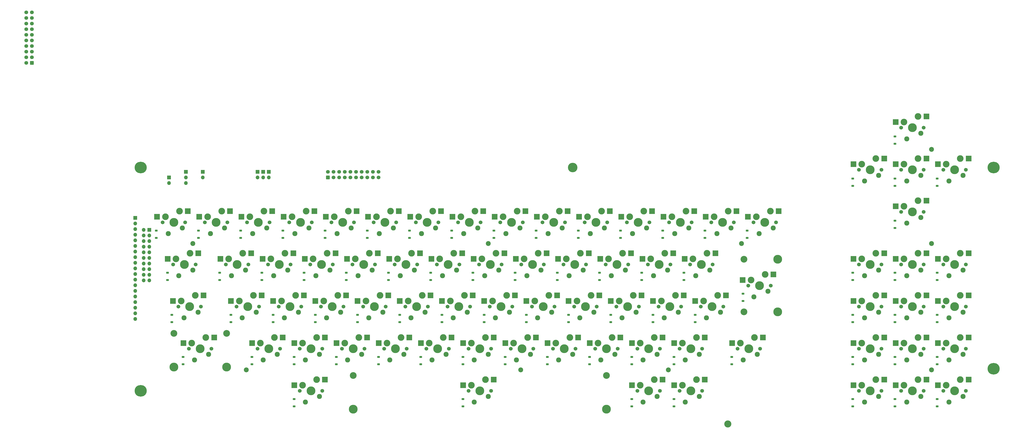
<source format=gbs>
G04 #@! TF.GenerationSoftware,KiCad,Pcbnew,8.0.2*
G04 #@! TF.CreationDate,2025-03-09T11:26:09+00:00*
G04 #@! TF.ProjectId,Keyboard,4b657962-6f61-4726-942e-6b696361645f,rev?*
G04 #@! TF.SameCoordinates,Original*
G04 #@! TF.FileFunction,Soldermask,Bot*
G04 #@! TF.FilePolarity,Negative*
%FSLAX46Y46*%
G04 Gerber Fmt 4.6, Leading zero omitted, Abs format (unit mm)*
G04 Created by KiCad (PCBNEW 8.0.2) date 2025-03-09 11:26:09*
%MOMM*%
%LPD*%
G01*
G04 APERTURE LIST*
G04 Aperture macros list*
%AMRoundRect*
0 Rectangle with rounded corners*
0 $1 Rounding radius*
0 $2 $3 $4 $5 $6 $7 $8 $9 X,Y pos of 4 corners*
0 Add a 4 corners polygon primitive as box body*
4,1,4,$2,$3,$4,$5,$6,$7,$8,$9,$2,$3,0*
0 Add four circle primitives for the rounded corners*
1,1,$1+$1,$2,$3*
1,1,$1+$1,$4,$5*
1,1,$1+$1,$6,$7*
1,1,$1+$1,$8,$9*
0 Add four rect primitives between the rounded corners*
20,1,$1+$1,$2,$3,$4,$5,0*
20,1,$1+$1,$4,$5,$6,$7,0*
20,1,$1+$1,$6,$7,$8,$9,0*
20,1,$1+$1,$8,$9,$2,$3,0*%
G04 Aperture macros list end*
%ADD10O,5.500000X5.200000*%
%ADD11C,4.300000*%
%ADD12C,3.200000*%
%ADD13C,2.200000*%
%ADD14RoundRect,0.250000X0.600000X-0.600000X0.600000X0.600000X-0.600000X0.600000X-0.600000X-0.600000X0*%
%ADD15C,1.700000*%
%ADD16RoundRect,0.250000X0.600000X0.600000X-0.600000X0.600000X-0.600000X-0.600000X0.600000X-0.600000X0*%
%ADD17C,1.701800*%
%ADD18C,3.000000*%
%ADD19C,3.987800*%
%ADD20R,2.550000X2.500000*%
%ADD21C,2.286000*%
%ADD22C,3.048000*%
%ADD23R,1.700000X1.700000*%
%ADD24O,1.700000X1.700000*%
%ADD25RoundRect,0.225000X0.375000X-0.225000X0.375000X0.225000X-0.375000X0.225000X-0.375000X-0.225000X0*%
G04 APERTURE END LIST*
D10*
G04 #@! TO.C,H1*
X85012500Y-118075000D03*
G04 #@! TD*
D11*
G04 #@! TO.C,H2*
X280012500Y-118075000D03*
G04 #@! TD*
D10*
G04 #@! TO.C,H3*
X470012500Y-118075000D03*
G04 #@! TD*
G04 #@! TO.C,H4*
X85012500Y-219075000D03*
G04 #@! TD*
D12*
G04 #@! TO.C,H5*
X350012500Y-234075000D03*
G04 #@! TD*
D10*
G04 #@! TO.C,H6*
X470012500Y-209075000D03*
G04 #@! TD*
D13*
G04 #@! TO.C,H8*
X108585000Y-152400000D03*
G04 #@! TD*
G04 #@! TO.C,H10*
X356235000Y-152400000D03*
G04 #@! TD*
G04 #@! TO.C,H12*
X132715000Y-209550000D03*
G04 #@! TD*
D14*
G04 #@! TO.C,J2*
X169545000Y-122555000D03*
D15*
X169545000Y-120015000D03*
X172085000Y-122555000D03*
X172085000Y-120015000D03*
X174625000Y-122555000D03*
X174625000Y-120015000D03*
X177165000Y-122555000D03*
X177165000Y-120015000D03*
X179705000Y-122555000D03*
X179705000Y-120015000D03*
X182245000Y-122555000D03*
X182245000Y-120015000D03*
X184785000Y-122555000D03*
X184785000Y-120015000D03*
X187325000Y-122555000D03*
X187325000Y-120015000D03*
X189865000Y-122555000D03*
X189865000Y-120015000D03*
X192405000Y-122555000D03*
X192405000Y-120015000D03*
G04 #@! TD*
D13*
G04 #@! TO.C,H9*
X241935000Y-152400000D03*
G04 #@! TD*
D16*
G04 #@! TO.C,J4*
X35941000Y-70713600D03*
D15*
X33401000Y-70713600D03*
X35941000Y-68173600D03*
X33401000Y-68173600D03*
X35941000Y-65633600D03*
X33401000Y-65633600D03*
X35941000Y-63093600D03*
X33401000Y-63093600D03*
X35941000Y-60553600D03*
X33401000Y-60553600D03*
X35941000Y-58013600D03*
X33401000Y-58013600D03*
X35941000Y-55473600D03*
X33401000Y-55473600D03*
X35941000Y-52933600D03*
X33401000Y-52933600D03*
X35941000Y-50393600D03*
X33401000Y-50393600D03*
X35941000Y-47853600D03*
X33401000Y-47853600D03*
G04 #@! TD*
D17*
G04 #@! TO.C,SW17*
X343217500Y-161925000D03*
D18*
X340677500Y-156845000D03*
D19*
X338137500Y-161925000D03*
D18*
X334327500Y-159385000D03*
D17*
X333057500Y-161925000D03*
D20*
X344427500Y-156845000D03*
D21*
X335597500Y-167005000D03*
X341947500Y-164465000D03*
D20*
X330577500Y-159385000D03*
G04 #@! TD*
D22*
G04 #@! TO.C,H18*
X180975000Y-212090000D03*
D19*
X180975000Y-227330000D03*
D22*
X295275000Y-212090000D03*
D19*
X295275000Y-227330000D03*
G04 #@! TD*
D17*
G04 #@! TO.C,SW9*
X438467500Y-119062500D03*
D18*
X435927500Y-113982500D03*
D19*
X433387500Y-119062500D03*
D18*
X429577500Y-116522500D03*
D17*
X428307500Y-119062500D03*
D20*
X439677500Y-113982500D03*
D21*
X430847500Y-124142500D03*
X437197500Y-121602500D03*
D20*
X425827500Y-116522500D03*
G04 #@! TD*
D17*
G04 #@! TO.C,SW60*
X157480000Y-180975000D03*
D18*
X154940000Y-175895000D03*
D19*
X152400000Y-180975000D03*
D18*
X148590000Y-178435000D03*
D17*
X147320000Y-180975000D03*
D20*
X158690000Y-175895000D03*
D21*
X149860000Y-186055000D03*
X156210000Y-183515000D03*
D20*
X144840000Y-178435000D03*
G04 #@! TD*
D17*
G04 #@! TO.C,SW27*
X305117500Y-161925000D03*
D18*
X302577500Y-156845000D03*
D19*
X300037500Y-161925000D03*
D18*
X296227500Y-159385000D03*
D17*
X294957500Y-161925000D03*
D20*
X306327500Y-156845000D03*
D21*
X297497500Y-167005000D03*
X303847500Y-164465000D03*
D20*
X292477500Y-159385000D03*
G04 #@! TD*
D17*
G04 #@! TO.C,SW22*
X338455000Y-200025000D03*
D18*
X335915000Y-194945000D03*
D19*
X333375000Y-200025000D03*
D18*
X329565000Y-197485000D03*
D17*
X328295000Y-200025000D03*
D20*
X339665000Y-194945000D03*
D21*
X330835000Y-205105000D03*
X337185000Y-202565000D03*
D20*
X325815000Y-197485000D03*
G04 #@! TD*
D17*
G04 #@! TO.C,SW69*
X138430000Y-180975000D03*
D18*
X135890000Y-175895000D03*
D19*
X133350000Y-180975000D03*
D18*
X129540000Y-178435000D03*
D17*
X128270000Y-180975000D03*
D20*
X139640000Y-175895000D03*
D21*
X130810000Y-186055000D03*
X137160000Y-183515000D03*
D20*
X125790000Y-178435000D03*
G04 #@! TD*
D17*
G04 #@! TO.C,SW33*
X276542500Y-142875000D03*
D18*
X274002500Y-137795000D03*
D19*
X271462500Y-142875000D03*
D18*
X267652500Y-140335000D03*
D17*
X266382500Y-142875000D03*
D20*
X277752500Y-137795000D03*
D21*
X268922500Y-147955000D03*
X275272500Y-145415000D03*
D20*
X263902500Y-140335000D03*
G04 #@! TD*
D17*
G04 #@! TO.C,SW63*
X167005000Y-200025000D03*
D18*
X164465000Y-194945000D03*
D19*
X161925000Y-200025000D03*
D18*
X158115000Y-197485000D03*
D17*
X156845000Y-200025000D03*
D20*
X168215000Y-194945000D03*
D21*
X159385000Y-205105000D03*
X165735000Y-202565000D03*
D20*
X154365000Y-197485000D03*
G04 #@! TD*
D17*
G04 #@! TO.C,SW7*
X438467500Y-219075000D03*
D18*
X435927500Y-213995000D03*
D19*
X433387500Y-219075000D03*
D18*
X429577500Y-216535000D03*
D17*
X428307500Y-219075000D03*
D20*
X439677500Y-213995000D03*
D21*
X430847500Y-224155000D03*
X437197500Y-221615000D03*
D20*
X425827500Y-216535000D03*
G04 #@! TD*
D17*
G04 #@! TO.C,SW36*
X290830000Y-180975000D03*
D18*
X288290000Y-175895000D03*
D19*
X285750000Y-180975000D03*
D18*
X281940000Y-178435000D03*
D17*
X280670000Y-180975000D03*
D20*
X292040000Y-175895000D03*
D21*
X283210000Y-186055000D03*
X289560000Y-183515000D03*
D20*
X278190000Y-178435000D03*
G04 #@! TD*
D17*
G04 #@! TO.C,SW50*
X190817500Y-161925000D03*
D18*
X188277500Y-156845000D03*
D19*
X185737500Y-161925000D03*
D18*
X181927500Y-159385000D03*
D17*
X180657500Y-161925000D03*
D20*
X192027500Y-156845000D03*
D21*
X183197500Y-167005000D03*
X189547500Y-164465000D03*
D20*
X178177500Y-159385000D03*
G04 #@! TD*
D17*
G04 #@! TO.C,SW10*
X419417500Y-161925000D03*
D18*
X416877500Y-156845000D03*
D19*
X414337500Y-161925000D03*
D18*
X410527500Y-159385000D03*
D17*
X409257500Y-161925000D03*
D20*
X420627500Y-156845000D03*
D21*
X411797500Y-167005000D03*
X418147500Y-164465000D03*
D20*
X406777500Y-159385000D03*
G04 #@! TD*
D17*
G04 #@! TO.C,SW1*
X457517500Y-119062500D03*
D18*
X454977500Y-113982500D03*
D19*
X452437500Y-119062500D03*
D18*
X448627500Y-116522500D03*
D17*
X447357500Y-119062500D03*
D20*
X458727500Y-113982500D03*
D21*
X449897500Y-124142500D03*
X456247500Y-121602500D03*
D20*
X444877500Y-116522500D03*
G04 #@! TD*
D17*
G04 #@! TO.C,SW13*
X419417500Y-200025000D03*
D18*
X416877500Y-194945000D03*
D19*
X414337500Y-200025000D03*
D18*
X410527500Y-197485000D03*
D17*
X409257500Y-200025000D03*
D20*
X420627500Y-194945000D03*
D21*
X411797500Y-205105000D03*
X418147500Y-202565000D03*
D20*
X406777500Y-197485000D03*
G04 #@! TD*
D17*
G04 #@! TO.C,SW42*
X247967500Y-161925000D03*
D18*
X245427500Y-156845000D03*
D19*
X242887500Y-161925000D03*
D18*
X239077500Y-159385000D03*
D17*
X237807500Y-161925000D03*
D20*
X249177500Y-156845000D03*
D21*
X240347500Y-167005000D03*
X246697500Y-164465000D03*
D20*
X235327500Y-159385000D03*
G04 #@! TD*
D13*
G04 #@! TO.C,H15*
X441960000Y-209550000D03*
G04 #@! TD*
G04 #@! TO.C,H11*
X441960000Y-152400000D03*
G04 #@! TD*
D17*
G04 #@! TO.C,SW30*
X319405000Y-200025000D03*
D18*
X316865000Y-194945000D03*
D19*
X314325000Y-200025000D03*
D18*
X310515000Y-197485000D03*
D17*
X309245000Y-200025000D03*
D20*
X320615000Y-194945000D03*
D21*
X311785000Y-205105000D03*
X318135000Y-202565000D03*
D20*
X306765000Y-197485000D03*
G04 #@! TD*
D17*
G04 #@! TO.C,SW62*
X186055000Y-200025000D03*
D18*
X183515000Y-194945000D03*
D19*
X180975000Y-200025000D03*
D18*
X177165000Y-197485000D03*
D17*
X175895000Y-200025000D03*
D20*
X187265000Y-194945000D03*
D21*
X178435000Y-205105000D03*
X184785000Y-202565000D03*
D20*
X173415000Y-197485000D03*
G04 #@! TD*
D17*
G04 #@! TO.C,SW53*
X195580000Y-180975000D03*
D18*
X193040000Y-175895000D03*
D19*
X190500000Y-180975000D03*
D18*
X186690000Y-178435000D03*
D17*
X185420000Y-180975000D03*
D20*
X196790000Y-175895000D03*
D21*
X187960000Y-186055000D03*
X194310000Y-183515000D03*
D20*
X182940000Y-178435000D03*
G04 #@! TD*
D17*
G04 #@! TO.C,SW79*
X371792500Y-142875000D03*
D18*
X369252500Y-137795000D03*
D19*
X366712500Y-142875000D03*
D18*
X362902500Y-140335000D03*
D17*
X361632500Y-142875000D03*
D20*
X373002500Y-137795000D03*
D21*
X364172500Y-147955000D03*
X370522500Y-145415000D03*
D20*
X359152500Y-140335000D03*
G04 #@! TD*
D17*
G04 #@! TO.C,SW14*
X438467500Y-200025000D03*
D18*
X435927500Y-194945000D03*
D19*
X433387500Y-200025000D03*
D18*
X429577500Y-197485000D03*
D17*
X428307500Y-200025000D03*
D20*
X439677500Y-194945000D03*
D21*
X430847500Y-205105000D03*
X437197500Y-202565000D03*
D20*
X425827500Y-197485000D03*
G04 #@! TD*
D17*
G04 #@! TO.C,SW65*
X143192500Y-142875000D03*
D18*
X140652500Y-137795000D03*
D19*
X138112500Y-142875000D03*
D18*
X134302500Y-140335000D03*
D17*
X133032500Y-142875000D03*
D20*
X144402500Y-137795000D03*
D21*
X135572500Y-147955000D03*
X141922500Y-145415000D03*
D20*
X130552500Y-140335000D03*
G04 #@! TD*
D17*
G04 #@! TO.C,SW31*
X300355000Y-200025000D03*
D18*
X297815000Y-194945000D03*
D19*
X295275000Y-200025000D03*
D18*
X291465000Y-197485000D03*
D17*
X290195000Y-200025000D03*
D20*
X301565000Y-194945000D03*
D21*
X292735000Y-205105000D03*
X299085000Y-202565000D03*
D20*
X287715000Y-197485000D03*
G04 #@! TD*
D17*
G04 #@! TO.C,SW37*
X271780000Y-180975000D03*
D18*
X269240000Y-175895000D03*
D19*
X266700000Y-180975000D03*
D18*
X262890000Y-178435000D03*
D17*
X261620000Y-180975000D03*
D20*
X272990000Y-175895000D03*
D21*
X264160000Y-186055000D03*
X270510000Y-183515000D03*
D20*
X259140000Y-178435000D03*
G04 #@! TD*
D17*
G04 #@! TO.C,SW70*
X112236250Y-180975000D03*
D18*
X109696250Y-175895000D03*
D19*
X107156250Y-180975000D03*
D18*
X103346250Y-178435000D03*
D17*
X102076250Y-180975000D03*
D20*
X113446250Y-175895000D03*
D21*
X104616250Y-186055000D03*
X110966250Y-183515000D03*
D20*
X99596250Y-178435000D03*
G04 #@! TD*
D17*
G04 #@! TO.C,SW39*
X281305000Y-200025000D03*
D18*
X278765000Y-194945000D03*
D19*
X276225000Y-200025000D03*
D18*
X272415000Y-197485000D03*
D17*
X271145000Y-200025000D03*
D20*
X282515000Y-194945000D03*
D21*
X273685000Y-205105000D03*
X280035000Y-202565000D03*
D20*
X268665000Y-197485000D03*
G04 #@! TD*
D17*
G04 #@! TO.C,SW6*
X457517500Y-219075000D03*
D18*
X454977500Y-213995000D03*
D19*
X452437500Y-219075000D03*
D18*
X448627500Y-216535000D03*
D17*
X447357500Y-219075000D03*
D20*
X458727500Y-213995000D03*
D21*
X449897500Y-224155000D03*
X456247500Y-221615000D03*
D20*
X444877500Y-216535000D03*
G04 #@! TD*
D17*
G04 #@! TO.C,SW20*
X419417500Y-180975000D03*
D18*
X416877500Y-175895000D03*
D19*
X414337500Y-180975000D03*
D18*
X410527500Y-178435000D03*
D17*
X409257500Y-180975000D03*
D20*
X420627500Y-175895000D03*
D21*
X411797500Y-186055000D03*
X418147500Y-183515000D03*
D20*
X406777500Y-178435000D03*
G04 #@! TD*
D17*
G04 #@! TO.C,SW21*
X116998750Y-200025000D03*
D18*
X114458750Y-194945000D03*
D19*
X111918750Y-200025000D03*
D18*
X108108750Y-197485000D03*
D17*
X106838750Y-200025000D03*
D20*
X118208750Y-194945000D03*
D21*
X109378750Y-205105000D03*
X115728750Y-202565000D03*
D20*
X104358750Y-197485000D03*
G04 #@! TD*
D17*
G04 #@! TO.C,SW38*
X262255000Y-200025000D03*
D18*
X259715000Y-194945000D03*
D19*
X257175000Y-200025000D03*
D18*
X253365000Y-197485000D03*
D17*
X252095000Y-200025000D03*
D20*
X263465000Y-194945000D03*
D21*
X254635000Y-205105000D03*
X260985000Y-202565000D03*
D20*
X249615000Y-197485000D03*
G04 #@! TD*
D17*
G04 #@! TO.C,SW68*
X109855000Y-161925000D03*
D18*
X107315000Y-156845000D03*
D19*
X104775000Y-161925000D03*
D18*
X100965000Y-159385000D03*
D17*
X99695000Y-161925000D03*
D20*
X111065000Y-156845000D03*
D21*
X102235000Y-167005000D03*
X108585000Y-164465000D03*
D20*
X97215000Y-159385000D03*
G04 #@! TD*
D17*
G04 #@! TO.C,SW56*
X181292500Y-142875000D03*
D18*
X178752500Y-137795000D03*
D19*
X176212500Y-142875000D03*
D18*
X172402500Y-140335000D03*
D17*
X171132500Y-142875000D03*
D20*
X182502500Y-137795000D03*
D21*
X173672500Y-147955000D03*
X180022500Y-145415000D03*
D20*
X168652500Y-140335000D03*
G04 #@! TD*
D22*
G04 #@! TO.C,H17*
X100018750Y-193040000D03*
D19*
X100018750Y-208280000D03*
D22*
X123818750Y-193040000D03*
D19*
X123818750Y-208280000D03*
G04 #@! TD*
D17*
G04 #@! TO.C,SW59*
X152717500Y-161925000D03*
D18*
X150177500Y-156845000D03*
D19*
X147637500Y-161925000D03*
D18*
X143827500Y-159385000D03*
D17*
X142557500Y-161925000D03*
D20*
X153927500Y-156845000D03*
D21*
X145097500Y-167005000D03*
X151447500Y-164465000D03*
D20*
X140077500Y-159385000D03*
G04 #@! TD*
D17*
G04 #@! TO.C,SW902*
X319405000Y-219075000D03*
D18*
X316865000Y-213995000D03*
D19*
X314325000Y-219075000D03*
D18*
X310515000Y-216535000D03*
D17*
X309245000Y-219075000D03*
D20*
X320615000Y-213995000D03*
D21*
X311785000Y-224155000D03*
X318135000Y-221615000D03*
D20*
X306765000Y-216535000D03*
G04 #@! TD*
D17*
G04 #@! TO.C,SW43*
X228917500Y-161925000D03*
D18*
X226377500Y-156845000D03*
D19*
X223837500Y-161925000D03*
D18*
X220027500Y-159385000D03*
D17*
X218757500Y-161925000D03*
D20*
X230127500Y-156845000D03*
D21*
X221297500Y-167005000D03*
X227647500Y-164465000D03*
D20*
X216277500Y-159385000D03*
G04 #@! TD*
D17*
G04 #@! TO.C,SW901*
X167005000Y-219075000D03*
D18*
X164465000Y-213995000D03*
D19*
X161925000Y-219075000D03*
D18*
X158115000Y-216535000D03*
D17*
X156845000Y-219075000D03*
D20*
X168215000Y-213995000D03*
D21*
X159385000Y-224155000D03*
X165735000Y-221615000D03*
D20*
X154365000Y-216535000D03*
G04 #@! TD*
D17*
G04 #@! TO.C,SW19*
X347980000Y-180975000D03*
D18*
X345440000Y-175895000D03*
D19*
X342900000Y-180975000D03*
D18*
X339090000Y-178435000D03*
D17*
X337820000Y-180975000D03*
D20*
X349190000Y-175895000D03*
D21*
X340360000Y-186055000D03*
X346710000Y-183515000D03*
D20*
X335340000Y-178435000D03*
G04 #@! TD*
D17*
G04 #@! TO.C,SW34*
X286067500Y-161925000D03*
D18*
X283527500Y-156845000D03*
D19*
X280987500Y-161925000D03*
D18*
X277177500Y-159385000D03*
D17*
X275907500Y-161925000D03*
D20*
X287277500Y-156845000D03*
D21*
X278447500Y-167005000D03*
X284797500Y-164465000D03*
D20*
X273427500Y-159385000D03*
G04 #@! TD*
D17*
G04 #@! TO.C,SW23*
X338455000Y-219075000D03*
D18*
X335915000Y-213995000D03*
D19*
X333375000Y-219075000D03*
D18*
X329565000Y-216535000D03*
D17*
X328295000Y-219075000D03*
D20*
X339665000Y-213995000D03*
D21*
X330835000Y-224155000D03*
X337185000Y-221615000D03*
D20*
X325815000Y-216535000D03*
G04 #@! TD*
D17*
G04 #@! TO.C,SW11*
X438467500Y-161925000D03*
D18*
X435927500Y-156845000D03*
D19*
X433387500Y-161925000D03*
D18*
X429577500Y-159385000D03*
D17*
X428307500Y-161925000D03*
D20*
X439677500Y-156845000D03*
D21*
X430847500Y-167005000D03*
X437197500Y-164465000D03*
D20*
X425827500Y-159385000D03*
G04 #@! TD*
D17*
G04 #@! TO.C,SW41*
X238442500Y-142875000D03*
D18*
X235902500Y-137795000D03*
D19*
X233362500Y-142875000D03*
D18*
X229552500Y-140335000D03*
D17*
X228282500Y-142875000D03*
D20*
X239652500Y-137795000D03*
D21*
X230822500Y-147955000D03*
X237172500Y-145415000D03*
D20*
X225802500Y-140335000D03*
G04 #@! TD*
D17*
G04 #@! TO.C,SW45*
X252730000Y-180975000D03*
D18*
X250190000Y-175895000D03*
D19*
X247650000Y-180975000D03*
D18*
X243840000Y-178435000D03*
D17*
X242570000Y-180975000D03*
D20*
X253940000Y-175895000D03*
D21*
X245110000Y-186055000D03*
X251460000Y-183515000D03*
D20*
X240090000Y-178435000D03*
G04 #@! TD*
D22*
G04 #@! TO.C,H16*
X357346250Y-183350000D03*
D19*
X372586250Y-183350000D03*
D22*
X357346250Y-159550000D03*
D19*
X372586250Y-159550000D03*
G04 #@! TD*
D17*
G04 #@! TO.C,SW8*
X419417500Y-119062500D03*
D18*
X416877500Y-113982500D03*
D19*
X414337500Y-119062500D03*
D18*
X410527500Y-116522500D03*
D17*
X409257500Y-119062500D03*
D20*
X420627500Y-113982500D03*
D21*
X411797500Y-124142500D03*
X418147500Y-121602500D03*
D20*
X406777500Y-116522500D03*
G04 #@! TD*
D17*
G04 #@! TO.C,SW52*
X214630000Y-180975000D03*
D18*
X212090000Y-175895000D03*
D19*
X209550000Y-180975000D03*
D18*
X205740000Y-178435000D03*
D17*
X204470000Y-180975000D03*
D20*
X215840000Y-175895000D03*
D21*
X207010000Y-186055000D03*
X213360000Y-183515000D03*
D20*
X201990000Y-178435000D03*
G04 #@! TD*
D17*
G04 #@! TO.C,SW5*
X457517500Y-200025000D03*
D18*
X454977500Y-194945000D03*
D19*
X452437500Y-200025000D03*
D18*
X448627500Y-197485000D03*
D17*
X447357500Y-200025000D03*
D20*
X458727500Y-194945000D03*
D21*
X449897500Y-205105000D03*
X456247500Y-202565000D03*
D20*
X444877500Y-197485000D03*
G04 #@! TD*
D13*
G04 #@! TO.C,H13*
X256540000Y-209550000D03*
G04 #@! TD*
D17*
G04 #@! TO.C,SW16*
X352742500Y-142875000D03*
D18*
X350202500Y-137795000D03*
D19*
X347662500Y-142875000D03*
D18*
X343852500Y-140335000D03*
D17*
X342582500Y-142875000D03*
D20*
X353952500Y-137795000D03*
D21*
X345122500Y-147955000D03*
X351472500Y-145415000D03*
D20*
X340102500Y-140335000D03*
G04 #@! TD*
D17*
G04 #@! TO.C,SW4*
X457517500Y-180975000D03*
D18*
X454977500Y-175895000D03*
D19*
X452437500Y-180975000D03*
D18*
X448627500Y-178435000D03*
D17*
X447357500Y-180975000D03*
D20*
X458727500Y-175895000D03*
D21*
X449897500Y-186055000D03*
X456247500Y-183515000D03*
D20*
X444877500Y-178435000D03*
G04 #@! TD*
D17*
G04 #@! TO.C,SW67*
X133667500Y-161925000D03*
D18*
X131127500Y-156845000D03*
D19*
X128587500Y-161925000D03*
D18*
X124777500Y-159385000D03*
D17*
X123507500Y-161925000D03*
D20*
X134877500Y-156845000D03*
D21*
X126047500Y-167005000D03*
X132397500Y-164465000D03*
D20*
X121027500Y-159385000D03*
G04 #@! TD*
D17*
G04 #@! TO.C,SW18*
X369411250Y-171450000D03*
D18*
X366871250Y-166370000D03*
D19*
X364331250Y-171450000D03*
D18*
X360521250Y-168910000D03*
D17*
X359251250Y-171450000D03*
D20*
X370621250Y-166370000D03*
D21*
X361791250Y-176530000D03*
X368141250Y-173990000D03*
D20*
X356771250Y-168910000D03*
G04 #@! TD*
D17*
G04 #@! TO.C,SW25*
X314642500Y-142875000D03*
D18*
X312102500Y-137795000D03*
D19*
X309562500Y-142875000D03*
D18*
X305752500Y-140335000D03*
D17*
X304482500Y-142875000D03*
D20*
X315852500Y-137795000D03*
D21*
X307022500Y-147955000D03*
X313372500Y-145415000D03*
D20*
X302002500Y-140335000D03*
G04 #@! TD*
D13*
G04 #@! TO.C,H7*
X441960000Y-109855000D03*
G04 #@! TD*
D17*
G04 #@! TO.C,SW24*
X333692500Y-142875000D03*
D18*
X331152500Y-137795000D03*
D19*
X328612500Y-142875000D03*
D18*
X324802500Y-140335000D03*
D17*
X323532500Y-142875000D03*
D20*
X334902500Y-137795000D03*
D21*
X326072500Y-147955000D03*
X332422500Y-145415000D03*
D20*
X321052500Y-140335000D03*
G04 #@! TD*
D17*
G04 #@! TO.C,SW12*
X438467500Y-180975000D03*
D18*
X435927500Y-175895000D03*
D19*
X433387500Y-180975000D03*
D18*
X429577500Y-178435000D03*
D17*
X428307500Y-180975000D03*
D20*
X439677500Y-175895000D03*
D21*
X430847500Y-186055000D03*
X437197500Y-183515000D03*
D20*
X425827500Y-178435000D03*
G04 #@! TD*
D17*
G04 #@! TO.C,SW66*
X105092500Y-142875000D03*
D18*
X102552500Y-137795000D03*
D19*
X100012500Y-142875000D03*
D18*
X96202500Y-140335000D03*
D17*
X94932500Y-142875000D03*
D20*
X106302500Y-137795000D03*
D21*
X97472500Y-147955000D03*
X103822500Y-145415000D03*
D20*
X92452500Y-140335000D03*
G04 #@! TD*
D17*
G04 #@! TO.C,SW28*
X328930000Y-180975000D03*
D18*
X326390000Y-175895000D03*
D19*
X323850000Y-180975000D03*
D18*
X320040000Y-178435000D03*
D17*
X318770000Y-180975000D03*
D20*
X330140000Y-175895000D03*
D21*
X321310000Y-186055000D03*
X327660000Y-183515000D03*
D20*
X316290000Y-178435000D03*
G04 #@! TD*
D17*
G04 #@! TO.C,SW29*
X309880000Y-180975000D03*
D18*
X307340000Y-175895000D03*
D19*
X304800000Y-180975000D03*
D18*
X300990000Y-178435000D03*
D17*
X299720000Y-180975000D03*
D20*
X311090000Y-175895000D03*
D21*
X302260000Y-186055000D03*
X308610000Y-183515000D03*
D20*
X297240000Y-178435000D03*
G04 #@! TD*
D17*
G04 #@! TO.C,SW58*
X171767500Y-161925000D03*
D18*
X169227500Y-156845000D03*
D19*
X166687500Y-161925000D03*
D18*
X162877500Y-159385000D03*
D17*
X161607500Y-161925000D03*
D20*
X172977500Y-156845000D03*
D21*
X164147500Y-167005000D03*
X170497500Y-164465000D03*
D20*
X159127500Y-159385000D03*
G04 #@! TD*
D17*
G04 #@! TO.C,SW15*
X419417500Y-219075000D03*
D18*
X416877500Y-213995000D03*
D19*
X414337500Y-219075000D03*
D18*
X410527500Y-216535000D03*
D17*
X409257500Y-219075000D03*
D20*
X420627500Y-213995000D03*
D21*
X411797500Y-224155000D03*
X418147500Y-221615000D03*
D20*
X406777500Y-216535000D03*
G04 #@! TD*
D13*
G04 #@! TO.C,H14*
X323215000Y-209550000D03*
G04 #@! TD*
D17*
G04 #@! TO.C,SW3*
X457517500Y-161925000D03*
D18*
X454977500Y-156845000D03*
D19*
X452437500Y-161925000D03*
D18*
X448627500Y-159385000D03*
D17*
X447357500Y-161925000D03*
D20*
X458727500Y-156845000D03*
D21*
X449897500Y-167005000D03*
X456247500Y-164465000D03*
D20*
X444877500Y-159385000D03*
G04 #@! TD*
D17*
G04 #@! TO.C,SW48*
X219392500Y-142875000D03*
D18*
X216852500Y-137795000D03*
D19*
X214312500Y-142875000D03*
D18*
X210502500Y-140335000D03*
D17*
X209232500Y-142875000D03*
D20*
X220602500Y-137795000D03*
D21*
X211772500Y-147955000D03*
X218122500Y-145415000D03*
D20*
X206752500Y-140335000D03*
G04 #@! TD*
D17*
G04 #@! TO.C,SW57*
X162242500Y-142875000D03*
D18*
X159702500Y-137795000D03*
D19*
X157162500Y-142875000D03*
D18*
X153352500Y-140335000D03*
D17*
X152082500Y-142875000D03*
D20*
X163452500Y-137795000D03*
D21*
X154622500Y-147955000D03*
X160972500Y-145415000D03*
D20*
X149602500Y-140335000D03*
G04 #@! TD*
D17*
G04 #@! TO.C,SW61*
X176530000Y-180975000D03*
D18*
X173990000Y-175895000D03*
D19*
X171450000Y-180975000D03*
D18*
X167640000Y-178435000D03*
D17*
X166370000Y-180975000D03*
D20*
X177740000Y-175895000D03*
D21*
X168910000Y-186055000D03*
X175260000Y-183515000D03*
D20*
X163890000Y-178435000D03*
G04 #@! TD*
D17*
G04 #@! TO.C,SW0*
X438467500Y-100012500D03*
D18*
X435927500Y-94932500D03*
D19*
X433387500Y-100012500D03*
D18*
X429577500Y-97472500D03*
D17*
X428307500Y-100012500D03*
D20*
X439677500Y-94932500D03*
D21*
X430847500Y-105092500D03*
X437197500Y-102552500D03*
D20*
X425827500Y-97472500D03*
G04 #@! TD*
D17*
G04 #@! TO.C,SW47*
X243205000Y-219075000D03*
D18*
X240665000Y-213995000D03*
D19*
X238125000Y-219075000D03*
D18*
X234315000Y-216535000D03*
D17*
X233045000Y-219075000D03*
D20*
X244415000Y-213995000D03*
D21*
X235585000Y-224155000D03*
X241935000Y-221615000D03*
D20*
X230565000Y-216535000D03*
G04 #@! TD*
D17*
G04 #@! TO.C,SW64*
X124142500Y-142875000D03*
D18*
X121602500Y-137795000D03*
D19*
X119062500Y-142875000D03*
D18*
X115252500Y-140335000D03*
D17*
X113982500Y-142875000D03*
D20*
X125352500Y-137795000D03*
D21*
X116522500Y-147955000D03*
X122872500Y-145415000D03*
D20*
X111502500Y-140335000D03*
G04 #@! TD*
D17*
G04 #@! TO.C,SW71*
X147955000Y-200025000D03*
D18*
X145415000Y-194945000D03*
D19*
X142875000Y-200025000D03*
D18*
X139065000Y-197485000D03*
D17*
X137795000Y-200025000D03*
D20*
X149165000Y-194945000D03*
D21*
X140335000Y-205105000D03*
X146685000Y-202565000D03*
D20*
X135315000Y-197485000D03*
G04 #@! TD*
D17*
G04 #@! TO.C,SW35*
X267017500Y-161925000D03*
D18*
X264477500Y-156845000D03*
D19*
X261937500Y-161925000D03*
D18*
X258127500Y-159385000D03*
D17*
X256857500Y-161925000D03*
D20*
X268227500Y-156845000D03*
D21*
X259397500Y-167005000D03*
X265747500Y-164465000D03*
D20*
X254377500Y-159385000D03*
G04 #@! TD*
D17*
G04 #@! TO.C,SW51*
X209867500Y-161925000D03*
D18*
X207327500Y-156845000D03*
D19*
X204787500Y-161925000D03*
D18*
X200977500Y-159385000D03*
D17*
X199707500Y-161925000D03*
D20*
X211077500Y-156845000D03*
D21*
X202247500Y-167005000D03*
X208597500Y-164465000D03*
D20*
X197227500Y-159385000D03*
G04 #@! TD*
D17*
G04 #@! TO.C,SW54*
X224155000Y-200025000D03*
D18*
X221615000Y-194945000D03*
D19*
X219075000Y-200025000D03*
D18*
X215265000Y-197485000D03*
D17*
X213995000Y-200025000D03*
D20*
X225365000Y-194945000D03*
D21*
X216535000Y-205105000D03*
X222885000Y-202565000D03*
D20*
X211515000Y-197485000D03*
G04 #@! TD*
D17*
G04 #@! TO.C,SW46*
X243205000Y-200025000D03*
D18*
X240665000Y-194945000D03*
D19*
X238125000Y-200025000D03*
D18*
X234315000Y-197485000D03*
D17*
X233045000Y-200025000D03*
D20*
X244415000Y-194945000D03*
D21*
X235585000Y-205105000D03*
X241935000Y-202565000D03*
D20*
X230565000Y-197485000D03*
G04 #@! TD*
D17*
G04 #@! TO.C,SW49*
X200342500Y-142875000D03*
D18*
X197802500Y-137795000D03*
D19*
X195262500Y-142875000D03*
D18*
X191452500Y-140335000D03*
D17*
X190182500Y-142875000D03*
D20*
X201552500Y-137795000D03*
D21*
X192722500Y-147955000D03*
X199072500Y-145415000D03*
D20*
X187702500Y-140335000D03*
G04 #@! TD*
D17*
G04 #@! TO.C,SW26*
X324167500Y-161925000D03*
D18*
X321627500Y-156845000D03*
D19*
X319087500Y-161925000D03*
D18*
X315277500Y-159385000D03*
D17*
X314007500Y-161925000D03*
D20*
X325377500Y-156845000D03*
D21*
X316547500Y-167005000D03*
X322897500Y-164465000D03*
D20*
X311527500Y-159385000D03*
G04 #@! TD*
D17*
G04 #@! TO.C,SW2*
X438467500Y-138112500D03*
D18*
X435927500Y-133032500D03*
D19*
X433387500Y-138112500D03*
D18*
X429577500Y-135572500D03*
D17*
X428307500Y-138112500D03*
D20*
X439677500Y-133032500D03*
D21*
X430847500Y-143192500D03*
X437197500Y-140652500D03*
D20*
X425827500Y-135572500D03*
G04 #@! TD*
D17*
G04 #@! TO.C,SW40*
X257492500Y-142875000D03*
D18*
X254952500Y-137795000D03*
D19*
X252412500Y-142875000D03*
D18*
X248602500Y-140335000D03*
D17*
X247332500Y-142875000D03*
D20*
X258702500Y-137795000D03*
D21*
X249872500Y-147955000D03*
X256222500Y-145415000D03*
D20*
X244852500Y-140335000D03*
G04 #@! TD*
D17*
G04 #@! TO.C,SW32*
X295592500Y-142875000D03*
D18*
X293052500Y-137795000D03*
D19*
X290512500Y-142875000D03*
D18*
X286702500Y-140335000D03*
D17*
X285432500Y-142875000D03*
D20*
X296802500Y-137795000D03*
D21*
X287972500Y-147955000D03*
X294322500Y-145415000D03*
D20*
X282952500Y-140335000D03*
G04 #@! TD*
D17*
G04 #@! TO.C,SW55*
X205105000Y-200025000D03*
D18*
X202565000Y-194945000D03*
D19*
X200025000Y-200025000D03*
D18*
X196215000Y-197485000D03*
D17*
X194945000Y-200025000D03*
D20*
X206315000Y-194945000D03*
D21*
X197485000Y-205105000D03*
X203835000Y-202565000D03*
D20*
X192465000Y-197485000D03*
G04 #@! TD*
D17*
G04 #@! TO.C,SW121*
X364648750Y-200025000D03*
D18*
X362108750Y-194945000D03*
D19*
X359568750Y-200025000D03*
D18*
X355758750Y-197485000D03*
D17*
X354488750Y-200025000D03*
D20*
X365858750Y-194945000D03*
D21*
X357028750Y-205105000D03*
X363378750Y-202565000D03*
D20*
X352008750Y-197485000D03*
G04 #@! TD*
D17*
G04 #@! TO.C,SW44*
X233680000Y-180975000D03*
D18*
X231140000Y-175895000D03*
D19*
X228600000Y-180975000D03*
D18*
X224790000Y-178435000D03*
D17*
X223520000Y-180975000D03*
D20*
X234890000Y-175895000D03*
D21*
X226060000Y-186055000D03*
X232410000Y-183515000D03*
D20*
X221040000Y-178435000D03*
G04 #@! TD*
D23*
G04 #@! TO.C,JP1*
X105410000Y-120015000D03*
D24*
X105410000Y-122555000D03*
X105410000Y-125095000D03*
G04 #@! TD*
D23*
G04 #@! TO.C,J1*
X88905000Y-146215000D03*
D24*
X86365000Y-146215000D03*
X88905000Y-148755000D03*
X86365000Y-148755000D03*
X88905000Y-151295000D03*
X86365000Y-151295000D03*
X88905000Y-153835000D03*
X86365000Y-153835000D03*
X88905000Y-156375000D03*
X86365000Y-156375000D03*
X88905000Y-158915000D03*
X86365000Y-158915000D03*
X88905000Y-161455000D03*
X86365000Y-161455000D03*
X88905000Y-163995000D03*
X86365000Y-163995000D03*
X88905000Y-166535000D03*
X86365000Y-166535000D03*
X88905000Y-169075000D03*
X86365000Y-169075000D03*
G04 #@! TD*
D23*
G04 #@! TO.C,JP2*
X113030000Y-120015000D03*
D24*
X113030000Y-122555000D03*
G04 #@! TD*
D23*
G04 #@! TO.C,JP3*
X97790000Y-122555000D03*
D24*
X97790000Y-125095000D03*
G04 #@! TD*
D25*
G04 #@! TO.C,D68*
X97155000Y-168910000D03*
X97155000Y-165610000D03*
G04 #@! TD*
G04 #@! TO.C,D38*
X249555000Y-207010000D03*
X249555000Y-203710000D03*
G04 #@! TD*
G04 #@! TO.C,D59*
X139700000Y-168910000D03*
X139700000Y-165610000D03*
G04 #@! TD*
G04 #@! TO.C,D56*
X168275000Y-149860000D03*
X168275000Y-146560000D03*
G04 #@! TD*
G04 #@! TO.C,D28*
X316230000Y-187960000D03*
X316230000Y-184660000D03*
G04 #@! TD*
G04 #@! TO.C,D23*
X325755000Y-226060000D03*
X325755000Y-222760000D03*
G04 #@! TD*
G04 #@! TO.C,D37*
X259080000Y-187960000D03*
X259080000Y-184660000D03*
G04 #@! TD*
G04 #@! TO.C,D15*
X406400000Y-226060000D03*
X406400000Y-222760000D03*
G04 #@! TD*
G04 #@! TO.C,D35*
X254000000Y-168910000D03*
X254000000Y-165610000D03*
G04 #@! TD*
G04 #@! TO.C,D40*
X244475000Y-149860000D03*
X244475000Y-146560000D03*
G04 #@! TD*
G04 #@! TO.C,D14*
X425450000Y-207010000D03*
X425450000Y-203710000D03*
G04 #@! TD*
G04 #@! TO.C,D70*
X99060000Y-187960000D03*
X99060000Y-184660000D03*
G04 #@! TD*
G04 #@! TO.C,D27*
X292100000Y-168910000D03*
X292100000Y-165610000D03*
G04 #@! TD*
G04 #@! TO.C,D6*
X444500000Y-226060000D03*
X444500000Y-222760000D03*
G04 #@! TD*
G04 #@! TO.C,D55*
X192405000Y-207010000D03*
X192405000Y-203710000D03*
G04 #@! TD*
G04 #@! TO.C,D44*
X220980000Y-187960000D03*
X220980000Y-184660000D03*
G04 #@! TD*
G04 #@! TO.C,D48*
X206375000Y-149860000D03*
X206375000Y-146560000D03*
G04 #@! TD*
G04 #@! TO.C,D63*
X154305000Y-207010000D03*
X154305000Y-203710000D03*
G04 #@! TD*
G04 #@! TO.C,D30*
X306705000Y-207010000D03*
X306705000Y-203710000D03*
G04 #@! TD*
D23*
G04 #@! TO.C,JP5*
X142875000Y-120010000D03*
D24*
X142875000Y-122550000D03*
G04 #@! TD*
D25*
G04 #@! TO.C,D53*
X182880000Y-187960000D03*
X182880000Y-184660000D03*
G04 #@! TD*
G04 #@! TO.C,D4*
X444500000Y-187960000D03*
X444500000Y-184660000D03*
G04 #@! TD*
G04 #@! TO.C,D34*
X273050000Y-168910000D03*
X273050000Y-165610000D03*
G04 #@! TD*
G04 #@! TO.C,D33*
X263525000Y-149860000D03*
X263525000Y-146560000D03*
G04 #@! TD*
D23*
G04 #@! TO.C,J3*
X82550000Y-140855000D03*
D24*
X82550000Y-143395000D03*
X82550000Y-145935000D03*
X82550000Y-148475000D03*
X82550000Y-151015000D03*
X82550000Y-153555000D03*
X82550000Y-156095000D03*
X82550000Y-158635000D03*
X82550000Y-161175000D03*
X82550000Y-163715000D03*
X82550000Y-166255000D03*
X82550000Y-168795000D03*
X82550000Y-171335000D03*
X82550000Y-173875000D03*
X82550000Y-176415000D03*
X82550000Y-178955000D03*
X82550000Y-181495000D03*
X82550000Y-184035000D03*
X82550000Y-186575000D03*
G04 #@! TD*
D25*
G04 #@! TO.C,D32*
X282575000Y-149860000D03*
X282575000Y-146560000D03*
G04 #@! TD*
G04 #@! TO.C,D11*
X425450000Y-168910000D03*
X425450000Y-165610000D03*
G04 #@! TD*
G04 #@! TO.C,D16*
X339725000Y-149860000D03*
X339725000Y-146560000D03*
G04 #@! TD*
G04 #@! TO.C,D21*
X104140000Y-207010000D03*
X104140000Y-203710000D03*
G04 #@! TD*
G04 #@! TO.C,D29*
X297180000Y-187960000D03*
X297180000Y-184660000D03*
G04 #@! TD*
G04 #@! TO.C,D1*
X444500000Y-126365000D03*
X444500000Y-123065000D03*
G04 #@! TD*
G04 #@! TO.C,D46*
X230505000Y-207010000D03*
X230505000Y-203710000D03*
G04 #@! TD*
G04 #@! TO.C,D74*
X306705000Y-226060000D03*
X306705000Y-222760000D03*
G04 #@! TD*
G04 #@! TO.C,D31*
X287655000Y-207010000D03*
X287655000Y-203710000D03*
G04 #@! TD*
G04 #@! TO.C,D22*
X325755000Y-207010000D03*
X325755000Y-203710000D03*
G04 #@! TD*
G04 #@! TO.C,D25*
X301625000Y-149860000D03*
X301625000Y-146560000D03*
G04 #@! TD*
G04 #@! TO.C,D41*
X225425000Y-149860000D03*
X225425000Y-146560000D03*
G04 #@! TD*
G04 #@! TO.C,D2*
X425450000Y-145415000D03*
X425450000Y-142115000D03*
G04 #@! TD*
D23*
G04 #@! TO.C,JP4*
X140335000Y-120010000D03*
D24*
X140335000Y-122550000D03*
G04 #@! TD*
D25*
G04 #@! TO.C,D58*
X158750000Y-168910000D03*
X158750000Y-165610000D03*
G04 #@! TD*
G04 #@! TO.C,D64*
X111125000Y-149860000D03*
X111125000Y-146560000D03*
G04 #@! TD*
G04 #@! TO.C,D19*
X335280000Y-187960000D03*
X335280000Y-184660000D03*
G04 #@! TD*
G04 #@! TO.C,D20*
X406400000Y-187960000D03*
X406400000Y-184660000D03*
G04 #@! TD*
D23*
G04 #@! TO.C,JP6*
X137795000Y-120010000D03*
D24*
X137795000Y-122550000D03*
G04 #@! TD*
D25*
G04 #@! TO.C,D45*
X240030000Y-187960000D03*
X240030000Y-184660000D03*
G04 #@! TD*
G04 #@! TO.C,D47*
X230505000Y-226060000D03*
X230505000Y-222760000D03*
G04 #@! TD*
G04 #@! TO.C,D10*
X406400000Y-168910000D03*
X406400000Y-165610000D03*
G04 #@! TD*
G04 #@! TO.C,D24*
X320675000Y-149860000D03*
X320675000Y-146560000D03*
G04 #@! TD*
G04 #@! TO.C,D7*
X425450000Y-226060000D03*
X425450000Y-222760000D03*
G04 #@! TD*
G04 #@! TO.C,D9*
X425450000Y-126365000D03*
X425450000Y-123065000D03*
G04 #@! TD*
G04 #@! TO.C,D51*
X196850000Y-168910000D03*
X196850000Y-165610000D03*
G04 #@! TD*
G04 #@! TO.C,D0*
X425450000Y-107315000D03*
X425450000Y-104015000D03*
G04 #@! TD*
G04 #@! TO.C,D71*
X135255000Y-207010000D03*
X135255000Y-203710000D03*
G04 #@! TD*
G04 #@! TO.C,D54*
X211455000Y-207010000D03*
X211455000Y-203710000D03*
G04 #@! TD*
G04 #@! TO.C,D13*
X406400000Y-207010000D03*
X406400000Y-203710000D03*
G04 #@! TD*
G04 #@! TO.C,D39*
X268605000Y-207010000D03*
X268605000Y-203710000D03*
G04 #@! TD*
G04 #@! TO.C,D43*
X215900000Y-168910000D03*
X215900000Y-165610000D03*
G04 #@! TD*
G04 #@! TO.C,D26*
X311150000Y-168910000D03*
X311150000Y-165610000D03*
G04 #@! TD*
G04 #@! TO.C,D75*
X154305000Y-226060000D03*
X154305000Y-222760000D03*
G04 #@! TD*
G04 #@! TO.C,D36*
X278130000Y-187960000D03*
X278130000Y-184660000D03*
G04 #@! TD*
G04 #@! TO.C,D79*
X358775000Y-149860000D03*
X358775000Y-146560000D03*
G04 #@! TD*
G04 #@! TO.C,D65*
X130175000Y-149860000D03*
X130175000Y-146560000D03*
G04 #@! TD*
G04 #@! TO.C,D42*
X234950000Y-168910000D03*
X234950000Y-165610000D03*
G04 #@! TD*
G04 #@! TO.C,D66*
X92075000Y-149860000D03*
X92075000Y-146560000D03*
G04 #@! TD*
G04 #@! TO.C,D3*
X444500000Y-168910000D03*
X444500000Y-165610000D03*
G04 #@! TD*
G04 #@! TO.C,D69*
X125730000Y-187960000D03*
X125730000Y-184660000D03*
G04 #@! TD*
G04 #@! TO.C,D50*
X177800000Y-168910000D03*
X177800000Y-165610000D03*
G04 #@! TD*
G04 #@! TO.C,D18*
X356870000Y-178435000D03*
X356870000Y-175135000D03*
G04 #@! TD*
G04 #@! TO.C,D52*
X201930000Y-187960000D03*
X201930000Y-184660000D03*
G04 #@! TD*
G04 #@! TO.C,D61*
X163830000Y-187960000D03*
X163830000Y-184660000D03*
G04 #@! TD*
G04 #@! TO.C,D49*
X187325000Y-149860000D03*
X187325000Y-146560000D03*
G04 #@! TD*
G04 #@! TO.C,D60*
X144780000Y-187960000D03*
X144780000Y-184660000D03*
G04 #@! TD*
G04 #@! TO.C,D5*
X444500000Y-207010000D03*
X444500000Y-203710000D03*
G04 #@! TD*
G04 #@! TO.C,D67*
X120650000Y-168910000D03*
X120650000Y-165610000D03*
G04 #@! TD*
G04 #@! TO.C,D57*
X149225000Y-149860000D03*
X149225000Y-146560000D03*
G04 #@! TD*
G04 #@! TO.C,D12*
X425450000Y-187960000D03*
X425450000Y-184660000D03*
G04 #@! TD*
G04 #@! TO.C,D17*
X330200000Y-168910000D03*
X330200000Y-165610000D03*
G04 #@! TD*
G04 #@! TO.C,D73*
X351790000Y-207010000D03*
X351790000Y-203710000D03*
G04 #@! TD*
G04 #@! TO.C,D8*
X406400000Y-126365000D03*
X406400000Y-123065000D03*
G04 #@! TD*
G04 #@! TO.C,D62*
X173355000Y-207010000D03*
X173355000Y-203710000D03*
G04 #@! TD*
M02*

</source>
